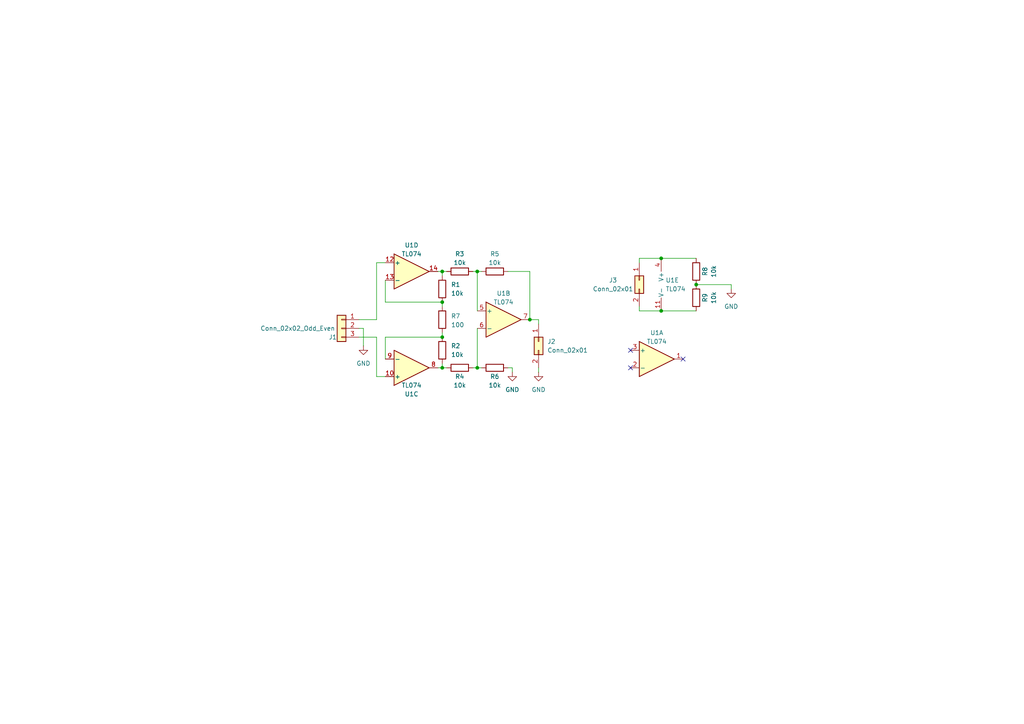
<source format=kicad_sch>
(kicad_sch (version 20250114) (generator "eeschema") (generator_version "9.0")
  (paper "A4")
  (title_block (title "Instrumentation amplifier board") (date "2025-08-23") (rev "1"))
  (lib_symbols
    (symbol "Amplifier_Operational:TL074" (pin_names (offset 0.127))
      (property "Reference" "U" (at 0 5.08 0))
      (property "Value" "TL074" (at 0 -5.08 0))
      (symbol "TL074_1_1"
        (polyline (pts (xy -5.08 5.08) (xy 5.08 0) (xy -5.08 -5.08) (xy -5.08 5.08)) (stroke (width 0.254)) (fill (type background)))
        (pin input line (at -7.62 2.54 0) (length 2.54) (name "+") (number "3"))
        (pin input line (at -7.62 -2.54 0) (length 2.54) (name "-") (number "2"))
        (pin output line (at 7.62 0 180) (length 2.54) (name "~") (number "1"))
      )
      (symbol "TL074_2_1"
        (polyline (pts (xy -5.08 5.08) (xy 5.08 0) (xy -5.08 -5.08) (xy -5.08 5.08)) (stroke (width 0.254)) (fill (type background)))
        (pin input line (at -7.62 2.54 0) (length 2.54) (name "+") (number "5"))
        (pin input line (at -7.62 -2.54 0) (length 2.54) (name "-") (number "6"))
        (pin output line (at 7.62 0 180) (length 2.54) (name "~") (number "7"))
      )
      (symbol "TL074_3_1"
        (polyline (pts (xy -5.08 5.08) (xy 5.08 0) (xy -5.08 -5.08) (xy -5.08 5.08)) (stroke (width 0.254)) (fill (type background)))
        (pin input line (at -7.62 2.54 0) (length 2.54) (name "+") (number "10"))
        (pin input line (at -7.62 -2.54 0) (length 2.54) (name "-") (number "9"))
        (pin output line (at 7.62 0 180) (length 2.54) (name "~") (number "8"))
      )
      (symbol "TL074_4_1"
        (polyline (pts (xy -5.08 5.08) (xy 5.08 0) (xy -5.08 -5.08) (xy -5.08 5.08)) (stroke (width 0.254)) (fill (type background)))
        (pin input line (at -7.62 2.54 0) (length 2.54) (name "+") (number "12"))
        (pin input line (at -7.62 -2.54 0) (length 2.54) (name "-") (number "13"))
        (pin output line (at 7.62 0 180) (length 2.54) (name "~") (number "14"))
      )
      (symbol "TL074_5_1"
        (pin power_in line (at -2.54 7.62 270) (length 3.81) (name "V+") (number "4"))
        (pin power_in line (at -2.54 -7.62 90) (length 3.81) (name "V-") (number "11"))
      )
    )
    (symbol "Connector_Generic:Conn_01x03" (pin_names (offset 1.016) (hide yes))
      (property "Reference" "J" (at 0 5.08 0))
      (property "Value" "Conn_01x03" (at 0 -5.08 0))
      (symbol "Conn_01x03_1_1"
        (rectangle (start -1.27 3.81) (end 1.27 -3.81) (stroke (width 0.254)) (fill (type background)))
        (rectangle (start -1.27 2.667) (end 0 2.413) (stroke (width 0.1524)))
        (rectangle (start -1.27 0.127) (end 0 -0.127) (stroke (width 0.1524)))
        (rectangle (start -1.27 -2.413) (end 0 -2.667) (stroke (width 0.1524)))
        (pin passive line (at -5.08 2.54 0) (length 3.81) (name "Pin_1") (number "1"))
        (pin passive line (at -5.08 0 0) (length 3.81) (name "Pin_2") (number "2"))
        (pin passive line (at -5.08 -2.54 0) (length 3.81) (name "Pin_3") (number "3"))
      )
    )
    (symbol "Connector_Generic:Conn_02x01" (pin_names (offset 1.016) (hide yes))
      (property "Reference" "J" (at 1.27 2.54 0))
      (property "Value" "Conn_02x01" (at 1.27 -2.54 0))
      (symbol "Conn_02x01_1_1"
        (rectangle (start -1.27 1.27) (end 3.81 -1.27) (stroke (width 0.254)) (fill (type background)))
        (rectangle (start -1.27 0.127) (end 0 -0.127) (stroke (width 0.1524)))
        (rectangle (start 3.81 0.127) (end 2.54 -0.127) (stroke (width 0.1524)))
        (pin passive line (at -5.08 0 0) (length 3.81) (name "Pin_1") (number "1"))
        (pin passive line (at 7.62 0 180) (length 3.81) (name "Pin_2") (number "2"))
      )
    )
    (symbol "Device:R" (pin_numbers (hide yes)) (pin_names (offset 0))
      (property "Reference" "R" (at 2.032 0 90))
      (property "Value" "R" (at 0 0 90))
      (symbol "R_0_1"
        (rectangle (start -1.016 -2.54) (end 1.016 2.54) (stroke (width 0.254)))
      )
      (symbol "R_1_1"
        (pin passive line (at 0 3.81 270) (length 1.27) (name "~") (number "1"))
        (pin passive line (at 0 -3.81 90) (length 1.27) (name "~") (number "2"))
      )
    )
    (symbol "power:GND" (power) (pin_numbers (hide yes)) (pin_names (offset 0) (hide yes))
      (property "Value" "GND" (at 0 -3.81 0))
      (symbol "GND_0_1"
        (polyline (pts (xy 0 0) (xy 0 -1.27) (xy 1.27 -1.27) (xy 0 -2.54) (xy -1.27 -1.27) (xy 0 -1.27)))
      )
      (symbol "GND_1_1"
        (pin power_in line (at 0 0 270) (length 0) (name "~") (number "1"))
      )
    )
  )
  (junction (at 191.77 90.17))
  (junction (at 128.27 106.68))
  (junction (at 138.43 106.68))
  (junction (at 191.77 74.93))
  (junction (at 153.67 92.71))
  (junction (at 128.27 87.63))
  (junction (at 201.93 82.55))
  (junction (at 128.27 97.79))
  (junction (at 128.27 78.74))
  (junction (at 138.43 78.74))
  (no_connect (at 182.88 101.6))
  (no_connect (at 182.88 106.68))
  (no_connect (at 198.12 104.14))
  (wire (pts (xy 111.76 76.2) (xy 109.22 76.2)))
  (wire (pts (xy 109.22 109.22) (xy 111.76 109.22)))
  (wire (pts (xy 153.67 78.74) (xy 153.67 92.71)))
  (wire (pts (xy 185.42 76.2) (xy 185.42 74.93)))
  (wire (pts (xy 138.43 106.68) (xy 137.16 106.68)))
  (wire (pts (xy 191.77 74.93) (xy 201.93 74.93)))
  (wire (pts (xy 128.27 106.68) (xy 127 106.68)))
  (wire (pts (xy 128.27 78.74) (xy 129.54 78.74)))
  (wire (pts (xy 138.43 78.74) (xy 139.7 78.74)))
  (wire (pts (xy 212.09 82.55) (xy 201.93 82.55)))
  (wire (pts (xy 104.14 95.25) (xy 105.41 95.25)))
  (wire (pts (xy 109.22 97.79) (xy 109.22 109.22)))
  (wire (pts (xy 156.21 106.68) (xy 156.21 107.95)))
  (wire (pts (xy 128.27 106.68) (xy 129.54 106.68)))
  (wire (pts (xy 148.59 106.68) (xy 147.32 106.68)))
  (wire (pts (xy 153.67 92.71) (xy 156.21 92.71)))
  (wire (pts (xy 128.27 87.63) (xy 111.76 87.63)))
  (wire (pts (xy 111.76 104.14) (xy 111.76 97.79)))
  (wire (pts (xy 137.16 78.74) (xy 138.43 78.74)))
  (wire (pts (xy 111.76 97.79) (xy 128.27 97.79)))
  (wire (pts (xy 128.27 87.63) (xy 128.27 88.9)))
  (wire (pts (xy 138.43 95.25) (xy 138.43 106.68)))
  (wire (pts (xy 185.42 88.9) (xy 185.42 90.17)))
  (wire (pts (xy 105.41 95.25) (xy 105.41 100.33)))
  (wire (pts (xy 109.22 92.71) (xy 104.14 92.71)))
  (wire (pts (xy 128.27 78.74) (xy 128.27 80.01)))
  (wire (pts (xy 128.27 96.52) (xy 128.27 97.79)))
  (wire (pts (xy 148.59 107.95) (xy 148.59 106.68)))
  (wire (pts (xy 147.32 78.74) (xy 153.67 78.74)))
  (wire (pts (xy 109.22 76.2) (xy 109.22 92.71)))
  (wire (pts (xy 138.43 78.74) (xy 138.43 90.17)))
  (wire (pts (xy 191.77 90.17) (xy 201.93 90.17)))
  (wire (pts (xy 111.76 87.63) (xy 111.76 81.28)))
  (wire (pts (xy 139.7 106.68) (xy 138.43 106.68)))
  (wire (pts (xy 156.21 92.71) (xy 156.21 93.98)))
  (wire (pts (xy 104.14 97.79) (xy 109.22 97.79)))
  (wire (pts (xy 212.09 83.82) (xy 212.09 82.55)))
  (wire (pts (xy 128.27 105.41) (xy 128.27 106.68)))
  (wire (pts (xy 127 78.74) (xy 128.27 78.74)))
  (wire (pts (xy 185.42 90.17) (xy 191.77 90.17)))
  (wire (pts (xy 185.42 74.93) (xy 191.77 74.93)))
  (symbol (lib_id "Connector_Generic:Conn_02x01") (at 156.21 99.06 270) (unit 1)
    (property "Reference" "J2" (at 158.75 99.0599 90) (effects (justify left)))
    (property "Value" "Conn_02x01" (at 158.75 101.5999 90) (effects (justify left)))
    (property "Footprint" "Connector_PinSocket_2.54mm:PinSocket_2x01_P2.54mm_Vertical" (effects (hide yes)))
    (property "Description" "Generic connector, double row, 02x01, this symbol is compatible with counter-clockwise, top-bottom and odd-even numbering schemes., script generated (kicad-library-utils/schlib/autogen/connector/)" (effects (hide yes)))
  )
  (symbol (lib_id "Device:R") (at 133.35 78.74 90) (unit 1)
    (property "Reference" "R3" (at 133.35 73.66 90))
    (property "Value" "10k" (at 133.35 76.2 90))
    (property "Footprint" "Resistor_SMD:R_1206_3216Metric_Pad1.30x1.75mm_HandSolder" (effects (hide yes)))
    (property "Description" "Resistor" (effects (hide yes)))
  )
  (symbol (lib_id "Amplifier_Operational:TL074") (at 146.05 92.71 0) (unit 2)
    (property "Reference" "U1" (at 146.05 85.09 0))
    (property "Value" "TL074" (at 146.05 87.63 0))
    (property "Footprint" "Package_DIP:DIP-14_W7.62mm_Socket_LongPads" (effects (hide yes)))
    (property "Datasheet" "http://www.ti.com/lit/ds/symlink/tl071.pdf" (effects (hide yes)))
    (property "Description" "Quad Low-Noise JFET-Input Operational Amplifiers, DIP-14/SOIC-14" (effects (hide yes)))
  )
  (symbol (lib_id "Amplifier_Operational:TL074") (at 119.38 106.68 0) (mirror x) (unit 3)
    (property "Reference" "U1" (at 119.38 114.3 0))
    (property "Value" "TL074" (at 119.38 111.76 0))
    (property "Footprint" "Package_DIP:DIP-14_W7.62mm_Socket_LongPads" (effects (hide yes)))
    (property "Datasheet" "http://www.ti.com/lit/ds/symlink/tl071.pdf" (effects (hide yes)))
    (property "Description" "Quad Low-Noise JFET-Input Operational Amplifiers, DIP-14/SOIC-14" (effects (hide yes)))
  )
  (symbol (lib_id "power:GND") (at 212.09 83.82 0) (unit 1)
    (property "Reference" "#PWR04" (effects (hide yes)))
    (property "Value" "GND" (at 212.09 88.9 0))
    (property "Description" "Power symbol creates a global label with name \"GND\" , ground" (effects (hide yes)))
  )
  (symbol (lib_id "Device:R") (at 128.27 101.6 180) (unit 1)
    (property "Reference" "R2" (at 130.81 100.3299 0) (effects (justify right)))
    (property "Value" "10k" (at 130.81 102.8699 0) (effects (justify right)))
    (property "Footprint" "Resistor_SMD:R_1206_3216Metric_Pad1.30x1.75mm_HandSolder" (effects (hide yes)))
    (property "Description" "Resistor" (effects (hide yes)))
  )
  (symbol (lib_id "Amplifier_Operational:TL074") (at 119.38 78.74 0) (unit 4)
    (property "Reference" "U1" (at 119.38 71.12 0))
    (property "Value" "TL074" (at 119.38 73.66 0))
    (property "Footprint" "Package_DIP:DIP-14_W7.62mm_Socket_LongPads" (effects (hide yes)))
    (property "Datasheet" "http://www.ti.com/lit/ds/symlink/tl071.pdf" (effects (hide yes)))
    (property "Description" "Quad Low-Noise JFET-Input Operational Amplifiers, DIP-14/SOIC-14" (effects (hide yes)))
  )
  (symbol (lib_id "Device:R") (at 128.27 83.82 0) (unit 1)
    (property "Reference" "R1" (at 130.81 82.5499 0) (effects (justify left)))
    (property "Value" "10k" (at 130.81 85.0899 0) (effects (justify left)))
    (property "Footprint" "Resistor_SMD:R_1206_3216Metric_Pad1.30x1.75mm_HandSolder" (effects (hide yes)))
    (property "Description" "Resistor" (effects (hide yes)))
  )
  (symbol (lib_id "Device:R") (at 201.93 78.74 0) (unit 1)
    (property "Reference" "R8" (at 204.47 78.74 90))
    (property "Value" "10k" (at 207.01 78.74 90))
    (property "Footprint" "Resistor_SMD:R_1206_3216Metric_Pad1.30x1.75mm_HandSolder" (effects (hide yes)))
    (property "Description" "Resistor" (effects (hide yes)))
  )
  (symbol (lib_id "Device:R") (at 143.51 78.74 90) (unit 1)
    (property "Reference" "R5" (at 143.51 73.66 90))
    (property "Value" "10k" (at 143.51 76.2 90))
    (property "Footprint" "Resistor_SMD:R_1206_3216Metric_Pad1.30x1.75mm_HandSolder" (effects (hide yes)))
    (property "Description" "Resistor" (effects (hide yes)))
  )
  (symbol (lib_id "Device:R") (at 133.35 106.68 90) (unit 1)
    (property "Reference" "R4" (at 133.35 109.22 90))
    (property "Value" "10k" (at 133.35 111.76 90))
    (property "Footprint" "Resistor_SMD:R_1206_3216Metric_Pad1.30x1.75mm_HandSolder" (effects (hide yes)))
    (property "Description" "Resistor" (effects (hide yes)))
  )
  (symbol (lib_id "power:GND") (at 148.59 107.95 0) (unit 1)
    (property "Reference" "#PWR02" (effects (hide yes)))
    (property "Value" "GND" (at 148.59 113.03 0))
    (property "Description" "Power symbol creates a global label with name \"GND\" , ground" (effects (hide yes)))
  )
  (symbol (lib_id "power:GND") (at 156.21 107.95 0) (unit 1)
    (property "Reference" "#PWR03" (effects (hide yes)))
    (property "Value" "GND" (at 156.21 113.03 0))
    (property "Description" "Power symbol creates a global label with name \"GND\" , ground" (effects (hide yes)))
  )
  (symbol (lib_id "power:GND") (at 105.41 100.33 0) (unit 1)
    (property "Reference" "#PWR01" (effects (hide yes)))
    (property "Value" "GND" (at 105.41 105.41 0))
    (property "Description" "Power symbol creates a global label with name \"GND\" , ground" (effects (hide yes)))
  )
  (symbol (lib_id "Amplifier_Operational:TL074") (at 194.31 82.55 0) (unit 5)
    (property "Reference" "U1" (at 193.04 81.2799 0) (effects (justify left)))
    (property "Value" "TL074" (at 193.04 83.8199 0) (effects (justify left)))
    (property "Footprint" "Package_DIP:DIP-14_W7.62mm_Socket_LongPads" (effects (hide yes)))
    (property "Datasheet" "http://www.ti.com/lit/ds/symlink/tl071.pdf" (effects (hide yes)))
    (property "Description" "Quad Low-Noise JFET-Input Operational Amplifiers, DIP-14/SOIC-14" (effects (hide yes)))
  )
  (symbol (lib_id "Amplifier_Operational:TL074") (at 190.5 104.14 0) (unit 1)
    (property "Reference" "U1" (at 190.5 96.52 0))
    (property "Value" "TL074" (at 190.5 99.06 0))
    (property "Footprint" "Package_DIP:DIP-14_W7.62mm_Socket_LongPads" (effects (hide yes)))
    (property "Datasheet" "http://www.ti.com/lit/ds/symlink/tl071.pdf" (effects (hide yes)))
    (property "Description" "Quad Low-Noise JFET-Input Operational Amplifiers, DIP-14/SOIC-14" (effects (hide yes)))
  )
  (symbol (lib_id "Device:R") (at 201.93 86.36 0) (unit 1)
    (property "Reference" "R9" (at 204.47 86.36 90))
    (property "Value" "10k" (at 207.01 86.36 90))
    (property "Footprint" "Resistor_SMD:R_1206_3216Metric_Pad1.30x1.75mm_HandSolder" (effects (hide yes)))
    (property "Description" "Resistor" (effects (hide yes)))
  )
  (symbol (lib_id "Connector_Generic:Conn_02x01") (at 185.42 81.28 270) (unit 1)
    (property "Reference" "J3" (at 177.8 81.28 90))
    (property "Value" "Conn_02x01" (at 177.8 83.82 90))
    (property "Footprint" "Connector_PinSocket_2.54mm:PinSocket_2x01_P2.54mm_Vertical" (effects (hide yes)))
    (property "Description" "Generic connector, double row, 02x01, this symbol is compatible with counter-clockwise, top-bottom and odd-even numbering schemes., script generated (kicad-library-utils/schlib/autogen/connector/)" (effects (hide yes)))
  )
  (symbol (lib_id "Connector_Generic:Conn_01x03") (at 99.06 95.25 0) (mirror y) (unit 1)
    (property "Reference" "J1" (at 96.52 97.79 0))
    (property "Value" "Conn_02x02_Odd_Even" (at 86.36 95.25 0))
    (property "Footprint" "Connector_PinSocket_2.54mm:PinSocket_1x03_P2.54mm_Vertical" (effects (hide yes)))
    (property "Description" "Generic connector, single row, 01x03, script generated (kicad-library-utils/schlib/autogen/connector/)" (effects (hide yes)))
  )
  (symbol (lib_id "Device:R") (at 128.27 92.71 0) (unit 1)
    (property "Reference" "R7" (at 130.81 91.694 0) (effects (justify left)))
    (property "Value" "100" (at 130.81 94.234 0) (effects (justify left)))
    (property "Footprint" "Resistor_SMD:R_1206_3216Metric_Pad1.30x1.75mm_HandSolder" (effects (hide yes)))
    (property "Description" "Resistor" (effects (hide yes)))
  )
  (symbol (lib_id "Device:R") (at 143.51 106.68 90) (unit 1)
    (property "Reference" "R6" (at 143.51 109.22 90))
    (property "Value" "10k" (at 143.51 111.76 90))
    (property "Footprint" "Resistor_SMD:R_1206_3216Metric_Pad1.30x1.75mm_HandSolder" (effects (hide yes)))
    (property "Description" "Resistor" (effects (hide yes)))
  )
)
</source>
